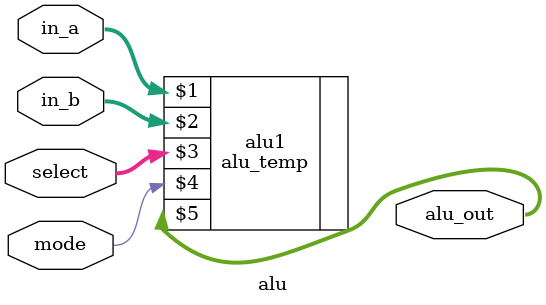
<source format=v>
module alu (
	input wire [15:0] in_a,
	input wire [15:0] in_b, 
	input wire [3:0] select,
	input wire mode,
	output wire [15:0] alu_out);

	alu_temp alu1(in_a, in_b, select, mode, alu_out);

endmodule

</source>
